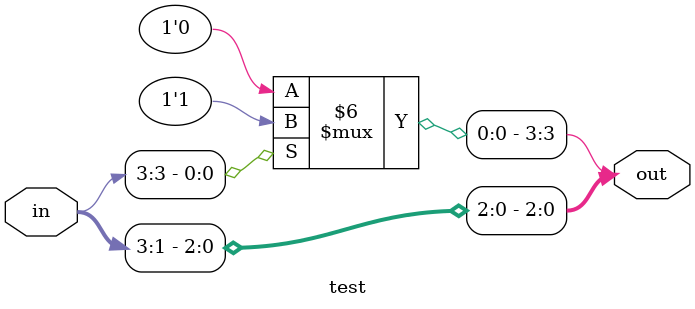
<source format=v>
module testbench;
reg [3:0] in;
wire[3:0] out;

test a(.in(in),.out(out));
initial begin
    in=4'b0000;//initial state setting
    #5 //when time = 5ns
    $display("%b\n",out);//output in binary form

    #20 //when time = 20ns 
    in=4'b1011;//testcase
    #5 //when time = 5ns
    $display("%b\n",out);
    
    $finish;
end
endmodule

module test(in,out);

input [3:0] in;
output [3:0]out;

reg [3:0]out;

always@(in)
begin
    if(in[3]==0)
     begin
     out=in>>1;
     end
     else
     begin
     out=in>>1;
     out[3]=1;
     end
 
 end

endmodule
</source>
